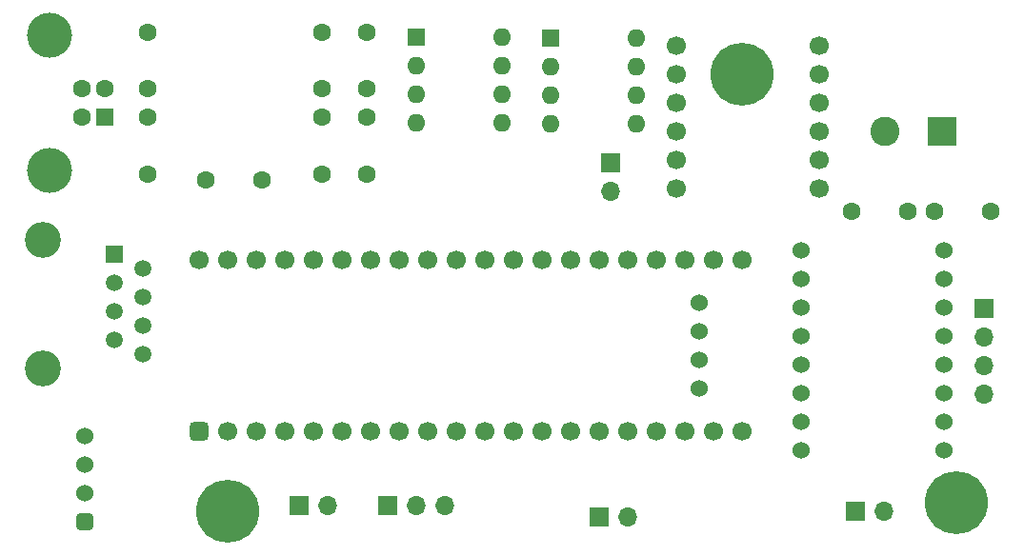
<source format=gbr>
%TF.GenerationSoftware,KiCad,Pcbnew,(6.0.1)*%
%TF.CreationDate,2022-02-21T12:58:46+02:00*%
%TF.ProjectId,RegulusFocuser-V1,52656775-6c75-4734-966f-63757365722d,rev?*%
%TF.SameCoordinates,Original*%
%TF.FileFunction,Soldermask,Bot*%
%TF.FilePolarity,Negative*%
%FSLAX46Y46*%
G04 Gerber Fmt 4.6, Leading zero omitted, Abs format (unit mm)*
G04 Created by KiCad (PCBNEW (6.0.1)) date 2022-02-21 12:58:46*
%MOMM*%
%LPD*%
G01*
G04 APERTURE LIST*
G04 Aperture macros list*
%AMRoundRect*
0 Rectangle with rounded corners*
0 $1 Rounding radius*
0 $2 $3 $4 $5 $6 $7 $8 $9 X,Y pos of 4 corners*
0 Add a 4 corners polygon primitive as box body*
4,1,4,$2,$3,$4,$5,$6,$7,$8,$9,$2,$3,0*
0 Add four circle primitives for the rounded corners*
1,1,$1+$1,$2,$3*
1,1,$1+$1,$4,$5*
1,1,$1+$1,$6,$7*
1,1,$1+$1,$8,$9*
0 Add four rect primitives between the rounded corners*
20,1,$1+$1,$2,$3,$4,$5,0*
20,1,$1+$1,$4,$5,$6,$7,0*
20,1,$1+$1,$6,$7,$8,$9,0*
20,1,$1+$1,$8,$9,$2,$3,0*%
G04 Aperture macros list end*
%ADD10C,1.600000*%
%ADD11RoundRect,0.425000X-0.425000X0.425000X-0.425000X-0.425000X0.425000X-0.425000X0.425000X0.425000X0*%
%ADD12C,1.700000*%
%ADD13C,1.524000*%
%ADD14R,1.600000X1.600000*%
%ADD15C,4.000000*%
%ADD16C,5.600000*%
%ADD17R,1.700000X1.700000*%
%ADD18O,1.700000X1.700000*%
%ADD19O,1.600000X1.600000*%
%ADD20C,3.200000*%
%ADD21R,1.500000X1.500000*%
%ADD22C,1.500000*%
%ADD23R,2.600000X2.600000*%
%ADD24C,2.600000*%
%ADD25RoundRect,0.381000X0.381000X0.381000X-0.381000X0.381000X-0.381000X-0.381000X0.381000X-0.381000X0*%
G04 APERTURE END LIST*
D10*
%TO.C,C4*%
X131699000Y-76240000D03*
X131699000Y-81240000D03*
%TD*%
D11*
%TO.C,MC1*%
X116840000Y-104140000D03*
D12*
X119380000Y-104140000D03*
X121920000Y-104140000D03*
X124460000Y-104140000D03*
X127000000Y-104140000D03*
X129540000Y-104140000D03*
X132080000Y-104140000D03*
X134620000Y-104140000D03*
X137160000Y-104140000D03*
X139700000Y-104140000D03*
X142240000Y-104140000D03*
X144780000Y-104140000D03*
X147320000Y-104140000D03*
X149860000Y-104140000D03*
X152400000Y-104140000D03*
X154940000Y-104140000D03*
X157480000Y-104140000D03*
X160020000Y-104140000D03*
X162560000Y-104140000D03*
X165100000Y-104140000D03*
X165100000Y-88900000D03*
X162560000Y-88900000D03*
X160020000Y-88900000D03*
X157480000Y-88900000D03*
X154940000Y-88900000D03*
X152400000Y-88900000D03*
X149860000Y-88900000D03*
X147320000Y-88900000D03*
X144780000Y-88900000D03*
X142240000Y-88900000D03*
X139700000Y-88900000D03*
X137160000Y-88900000D03*
X134620000Y-88900000D03*
X132080000Y-88900000D03*
X129540000Y-88900000D03*
X127000000Y-88900000D03*
X124460000Y-88900000D03*
X121920000Y-88900000D03*
X119380000Y-88900000D03*
X116840000Y-88900000D03*
D13*
X161290000Y-100330000D03*
X161290000Y-97790000D03*
X161290000Y-95250000D03*
X161290000Y-92710000D03*
%TD*%
D10*
%TO.C,C2*%
X112268000Y-76240000D03*
X112268000Y-81240000D03*
%TD*%
%TO.C,C3*%
X131724400Y-73660000D03*
X131724400Y-68660000D03*
%TD*%
D12*
%TO.C,U3*%
X159258000Y-69850000D03*
X159258000Y-72390000D03*
X159258000Y-74930000D03*
X159258000Y-77470000D03*
X159258000Y-80010000D03*
X159258000Y-82550000D03*
X171958000Y-82550000D03*
X171958000Y-80010000D03*
X171958000Y-77470000D03*
X171958000Y-74930000D03*
X171958000Y-72390000D03*
X171958000Y-69850000D03*
%TD*%
D10*
%TO.C,C9*%
X174792000Y-84582000D03*
X179792000Y-84582000D03*
%TD*%
D14*
%TO.C,J1*%
X108407500Y-76180000D03*
D10*
X108407500Y-73680000D03*
X106407500Y-73680000D03*
X106407500Y-76180000D03*
D15*
X103547500Y-80930000D03*
X103547500Y-68930000D03*
%TD*%
D16*
%TO.C,MH2*%
X119380000Y-111252000D03*
%TD*%
D17*
%TO.C,J4*%
X153369100Y-80247200D03*
D18*
X153369100Y-82787200D03*
%TD*%
D17*
%TO.C,J8*%
X125725000Y-110744000D03*
D18*
X128265000Y-110744000D03*
%TD*%
D14*
%TO.C,U4*%
X136154000Y-69098000D03*
D19*
X136154000Y-71638000D03*
X136154000Y-74178000D03*
X136154000Y-76718000D03*
X143774000Y-76718000D03*
X143774000Y-74178000D03*
X143774000Y-71638000D03*
X143774000Y-69098000D03*
%TD*%
D17*
%TO.C,J7*%
X175128000Y-111252000D03*
D18*
X177668000Y-111252000D03*
%TD*%
D16*
%TO.C,MH1*%
X165100000Y-72390000D03*
%TD*%
D20*
%TO.C,J2*%
X102890000Y-98587500D03*
X102890000Y-87157500D03*
D21*
X109240000Y-88427500D03*
D22*
X111780000Y-89697500D03*
X109240000Y-90967500D03*
X111780000Y-92237500D03*
X109240000Y-93507500D03*
X111780000Y-94777500D03*
X109240000Y-96047500D03*
X111780000Y-97317500D03*
%TD*%
D13*
%TO.C,U5*%
X170307000Y-88011000D03*
X170307000Y-90551000D03*
X170307000Y-93091000D03*
X170307000Y-95631000D03*
X170307000Y-98171000D03*
X170307000Y-100711000D03*
X170307000Y-103251000D03*
X170307000Y-105791000D03*
X183007000Y-105791000D03*
X183007000Y-103251000D03*
X183007000Y-100711000D03*
X183007000Y-98171000D03*
X183007000Y-95631000D03*
X183007000Y-93091000D03*
X183007000Y-90551000D03*
X183007000Y-88011000D03*
%TD*%
D23*
%TO.C,J5*%
X182880100Y-77470000D03*
D24*
X177800100Y-77470000D03*
%TD*%
D10*
%TO.C,C5*%
X117388000Y-81788000D03*
X122388000Y-81788000D03*
%TD*%
%TO.C,C1*%
X112268000Y-73660000D03*
X112268000Y-68660000D03*
%TD*%
%TO.C,C7*%
X127762000Y-73660000D03*
X127762000Y-68660000D03*
%TD*%
D16*
%TO.C,MH3*%
X184150000Y-110500000D03*
%TD*%
D14*
%TO.C,U2*%
X148092000Y-69146000D03*
D19*
X148092000Y-71686000D03*
X148092000Y-74226000D03*
X148092000Y-76766000D03*
X155712000Y-76766000D03*
X155712000Y-74226000D03*
X155712000Y-71686000D03*
X155712000Y-69146000D03*
%TD*%
D10*
%TO.C,C6*%
X127762000Y-76240000D03*
X127762000Y-81240000D03*
%TD*%
%TO.C,C8*%
X187198000Y-84582000D03*
X182198000Y-84582000D03*
%TD*%
D17*
%TO.C,J9*%
X152400000Y-111760000D03*
D18*
X154940000Y-111760000D03*
%TD*%
D17*
%TO.C,J3*%
X133619000Y-110744000D03*
D18*
X136159000Y-110744000D03*
X138699000Y-110744000D03*
%TD*%
D13*
%TO.C,BZ1*%
X106644200Y-109614100D03*
D25*
X106644200Y-112154100D03*
D13*
X106644200Y-107074100D03*
X106644200Y-104534100D03*
%TD*%
D17*
%TO.C,J6*%
X186563000Y-93218000D03*
D18*
X186563000Y-95758000D03*
X186563000Y-98298000D03*
X186563000Y-100838000D03*
%TD*%
M02*

</source>
